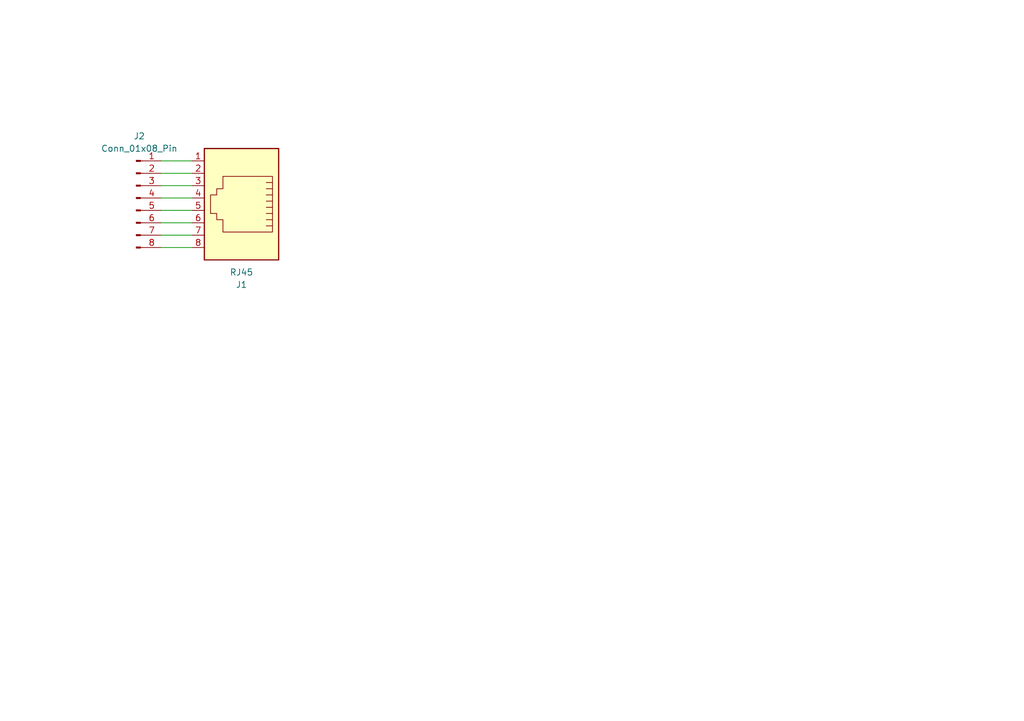
<source format=kicad_sch>
(kicad_sch (version 20250114) (generator "eeschema") (generator_version "9.0")
  (paper "A5")
  (title_block (rev "REV00"))
  (lib_symbols
    (symbol "Connector:Conn_01x08_Pin" (pin_names (offset 1.016) (hide yes))
      (property "Reference" "J" (at 0 10.16 0))
      (property "Value" "Conn_01x08_Pin" (at 0 -12.7 0))
      (symbol "Conn_01x08_Pin_1_1"
        (rectangle (start 0.8636 7.747) (end 0 7.493) (stroke (width 0.1524)) (fill (type outline)))
        (rectangle (start 0.8636 5.207) (end 0 4.953) (stroke (width 0.1524)) (fill (type outline)))
        (rectangle (start 0.8636 2.667) (end 0 2.413) (stroke (width 0.1524)) (fill (type outline)))
        (rectangle (start 0.8636 0.127) (end 0 -0.127) (stroke (width 0.1524)) (fill (type outline)))
        (rectangle (start 0.8636 -2.413) (end 0 -2.667) (stroke (width 0.1524)) (fill (type outline)))
        (rectangle (start 0.8636 -4.953) (end 0 -5.207) (stroke (width 0.1524)) (fill (type outline)))
        (rectangle (start 0.8636 -7.493) (end 0 -7.747) (stroke (width 0.1524)) (fill (type outline)))
        (rectangle (start 0.8636 -10.033) (end 0 -10.287) (stroke (width 0.1524)) (fill (type outline)))
        (polyline (pts (xy 1.27 7.62) (xy 0.8636 7.62)) (stroke (width 0.1524)))
        (polyline (pts (xy 1.27 5.08) (xy 0.8636 5.08)) (stroke (width 0.1524)))
        (polyline (pts (xy 1.27 2.54) (xy 0.8636 2.54)) (stroke (width 0.1524)))
        (polyline (pts (xy 1.27 0) (xy 0.8636 0)) (stroke (width 0.1524)))
        (polyline (pts (xy 1.27 -2.54) (xy 0.8636 -2.54)) (stroke (width 0.1524)))
        (polyline (pts (xy 1.27 -5.08) (xy 0.8636 -5.08)) (stroke (width 0.1524)))
        (polyline (pts (xy 1.27 -7.62) (xy 0.8636 -7.62)) (stroke (width 0.1524)))
        (polyline (pts (xy 1.27 -10.16) (xy 0.8636 -10.16)) (stroke (width 0.1524)))
        (pin passive line (at 5.08 7.62 180) (length 3.81) (name "Pin_1") (number "1"))
        (pin passive line (at 5.08 5.08 180) (length 3.81) (name "Pin_2") (number "2"))
        (pin passive line (at 5.08 2.54 180) (length 3.81) (name "Pin_3") (number "3"))
        (pin passive line (at 5.08 0 180) (length 3.81) (name "Pin_4") (number "4"))
        (pin passive line (at 5.08 -2.54 180) (length 3.81) (name "Pin_5") (number "5"))
        (pin passive line (at 5.08 -5.08 180) (length 3.81) (name "Pin_6") (number "6"))
        (pin passive line (at 5.08 -7.62 180) (length 3.81) (name "Pin_7") (number "7"))
        (pin passive line (at 5.08 -10.16 180) (length 3.81) (name "Pin_8") (number "8"))
      )
    )
    (symbol "Connector:RJ45" (pin_names (offset 1.016))
      (property "Reference" "J" (at -5.08 13.97 0))
      (property "Value" "RJ45" (at 2.54 13.97 0))
      (symbol "RJ45_0_1"
        (polyline (pts (xy -6.35 1.905) (xy -5.08 1.905) (xy -5.08 1.905)))
        (polyline (pts (xy -6.35 0.635) (xy -5.08 0.635) (xy -5.08 0.635)))
        (polyline (pts (xy -6.35 -0.635) (xy -5.08 -0.635) (xy -5.08 -0.635)))
        (polyline (pts (xy -6.35 -1.905) (xy -5.08 -1.905) (xy -5.08 -1.905)))
        (polyline (pts (xy -6.35 -3.175) (xy -5.08 -3.175) (xy -5.08 -3.175)))
        (polyline (pts (xy -6.35 -4.445) (xy -6.35 6.985) (xy 3.81 6.985) (xy 3.81 4.445) (xy 5.08 4.445) (xy 5.08 3.175) (xy 6.35 3.175) (xy 6.35 -0.635) (xy 5.08 -0.635) (xy 5.08 -1.905) (xy 3.81 -1.905) (xy 3.81 -4.445) (xy -6.35 -4.445) (xy -6.35 -4.445)))
        (polyline (pts (xy -5.08 5.715) (xy -6.35 5.715)))
        (polyline (pts (xy -5.08 4.445) (xy -6.35 4.445)))
        (polyline (pts (xy -5.08 3.175) (xy -6.35 3.175) (xy -6.35 3.175)))
        (rectangle (start 7.62 12.7) (end -7.62 -10.16) (stroke (width 0.254)) (fill (type background)))
      )
      (symbol "RJ45_1_1"
        (pin passive line (at 10.16 10.16 180) (length 2.54) (name "~") (number "8"))
        (pin passive line (at 10.16 7.62 180) (length 2.54) (name "~") (number "7"))
        (pin passive line (at 10.16 5.08 180) (length 2.54) (name "~") (number "6"))
        (pin passive line (at 10.16 2.54 180) (length 2.54) (name "~") (number "5"))
        (pin passive line (at 10.16 0 180) (length 2.54) (name "~") (number "4"))
        (pin passive line (at 10.16 -2.54 180) (length 2.54) (name "~") (number "3"))
        (pin passive line (at 10.16 -5.08 180) (length 2.54) (name "~") (number "2"))
        (pin passive line (at 10.16 -7.62 180) (length 2.54) (name "~") (number "1"))
      )
    )
  )
  (wire (pts (xy 33.02 38.1) (xy 39.37 38.1)))
  (wire (pts (xy 33.02 43.18) (xy 39.37 43.18)))
  (wire (pts (xy 33.02 33.02) (xy 39.37 33.02)))
  (wire (pts (xy 33.02 48.26) (xy 39.37 48.26)))
  (wire (pts (xy 33.02 35.56) (xy 39.37 35.56)))
  (wire (pts (xy 33.02 45.72) (xy 39.37 45.72)))
  (wire (pts (xy 33.02 40.64) (xy 39.37 40.64)))
  (wire (pts (xy 33.02 50.8) (xy 39.37 50.8)))
  (symbol (lib_id "Connector:RJ45") (at 49.53 40.64 180) (unit 1)
    (property "Reference" "J1" (at 49.53 58.42 0))
    (property "Value" "RJ45" (at 49.53 55.88 0))
    (property "Footprint" "Connector_RJ:RJ45_Amphenol_RJHSE5380" (effects (hide yes)))
    (property "Datasheet" "https://akizukidenshi.com/goodsaffix/7810-XPXC(P0041).pdf" (effects (hide yes)))
    (property "Description" "RJ connector, 8P8C (8 positions 8 connected)" (effects (hide yes)))
    (property "リンク" "https://akizukidenshi.com/catalog/g/g100159/" (effects (hide yes)))
  )
  (symbol (lib_id "Connector:Conn_01x08_Pin") (at 27.94 40.64 0) (unit 1)
    (property "Reference" "J2" (at 28.575 27.94 0))
    (property "Value" "Conn_01x08_Pin" (at 28.575 30.48 0))
    (property "Description" "Generic connector, single row, 01x08, script generated" (effects (hide yes)))
  )
)
</source>
